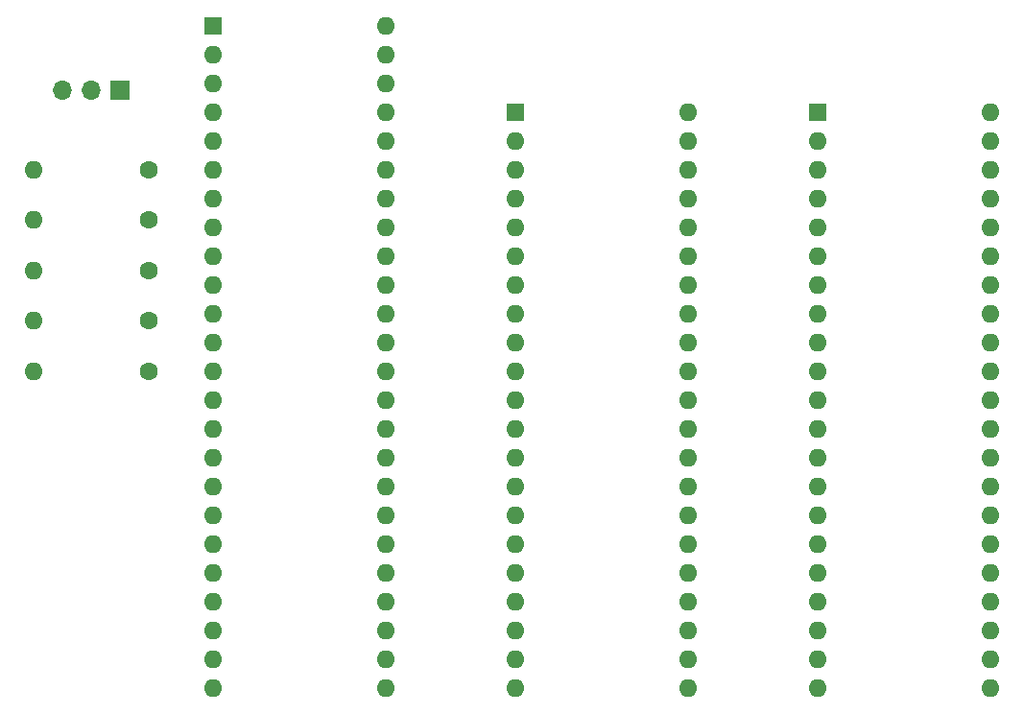
<source format=gbr>
%TF.GenerationSoftware,KiCad,Pcbnew,7.0.7*%
%TF.CreationDate,2023-12-17T10:52:51+01:00*%
%TF.ProjectId,everstar,65766572-7374-4617-922e-6b696361645f,rev?*%
%TF.SameCoordinates,Original*%
%TF.FileFunction,Soldermask,Top*%
%TF.FilePolarity,Negative*%
%FSLAX46Y46*%
G04 Gerber Fmt 4.6, Leading zero omitted, Abs format (unit mm)*
G04 Created by KiCad (PCBNEW 7.0.7) date 2023-12-17 10:52:51*
%MOMM*%
%LPD*%
G01*
G04 APERTURE LIST*
%ADD10C,1.600000*%
%ADD11O,1.600000X1.600000*%
%ADD12R,1.600000X1.600000*%
%ADD13R,1.700000X1.700000*%
%ADD14O,1.700000X1.700000*%
G04 APERTURE END LIST*
D10*
%TO.C,R2*%
X64135000Y-78105000D03*
D11*
X53975000Y-78105000D03*
%TD*%
D10*
%TO.C,R1*%
X64135000Y-73660000D03*
D11*
X53975000Y-73660000D03*
%TD*%
D10*
%TO.C,R3*%
X64135000Y-82550000D03*
D11*
X53975000Y-82550000D03*
%TD*%
D12*
%TO.C,J3*%
X96520000Y-68580000D03*
D11*
X96520000Y-71120000D03*
X96520000Y-73660000D03*
X96520000Y-76200000D03*
X96520000Y-78740000D03*
X96520000Y-81280000D03*
X96520000Y-83820000D03*
X96520000Y-86360000D03*
X96520000Y-88900000D03*
X96520000Y-91440000D03*
X96520000Y-93980000D03*
X96520000Y-96520000D03*
X96520000Y-99060000D03*
X96520000Y-101600000D03*
X96520000Y-104140000D03*
X96520000Y-106680000D03*
X96520000Y-109220000D03*
X96520000Y-111760000D03*
X96520000Y-114300000D03*
X96520000Y-116840000D03*
X96520000Y-119380000D03*
X111760000Y-119380000D03*
X111760000Y-116840000D03*
X111760000Y-114300000D03*
X111760000Y-111760000D03*
X111760000Y-109220000D03*
X111760000Y-106680000D03*
X111760000Y-104140000D03*
X111760000Y-101600000D03*
X111760000Y-99060000D03*
X111760000Y-96520000D03*
X111760000Y-93980000D03*
X111760000Y-91440000D03*
X111760000Y-88900000D03*
X111760000Y-86360000D03*
X111760000Y-83820000D03*
X111760000Y-81280000D03*
X111760000Y-78740000D03*
X111760000Y-76200000D03*
X111760000Y-73660000D03*
X111760000Y-71120000D03*
X111760000Y-68580000D03*
%TD*%
D10*
%TO.C,R5*%
X64135000Y-91440000D03*
D11*
X53975000Y-91440000D03*
%TD*%
D10*
%TO.C,R4*%
X64135000Y-86995000D03*
D11*
X53975000Y-86995000D03*
%TD*%
D12*
%TO.C,J1*%
X69850000Y-60960000D03*
D11*
X69850000Y-63500000D03*
X69850000Y-66040000D03*
X69850000Y-68580000D03*
X69850000Y-71120000D03*
X69850000Y-73660000D03*
X69850000Y-76200000D03*
X69850000Y-78740000D03*
X69850000Y-81280000D03*
X69850000Y-83820000D03*
X69850000Y-86360000D03*
X69850000Y-88900000D03*
X69850000Y-91440000D03*
X69850000Y-93980000D03*
X69850000Y-96520000D03*
X69850000Y-99060000D03*
X69850000Y-101600000D03*
X69850000Y-104140000D03*
X69850000Y-106680000D03*
X69850000Y-109220000D03*
X69850000Y-111760000D03*
X69850000Y-114300000D03*
X69850000Y-116840000D03*
X69850000Y-119380000D03*
X85090000Y-119380000D03*
X85090000Y-116840000D03*
X85090000Y-114300000D03*
X85090000Y-111760000D03*
X85090000Y-109220000D03*
X85090000Y-106680000D03*
X85090000Y-104140000D03*
X85090000Y-101600000D03*
X85090000Y-99060000D03*
X85090000Y-96520000D03*
X85090000Y-93980000D03*
X85090000Y-91440000D03*
X85090000Y-88900000D03*
X85090000Y-86360000D03*
X85090000Y-83820000D03*
X85090000Y-81280000D03*
X85090000Y-78740000D03*
X85090000Y-76200000D03*
X85090000Y-73660000D03*
X85090000Y-71120000D03*
X85090000Y-68580000D03*
X85090000Y-66040000D03*
X85090000Y-63500000D03*
X85090000Y-60960000D03*
%TD*%
D13*
%TO.C,J4*%
X61595000Y-66675000D03*
D14*
X59055000Y-66675000D03*
X56515000Y-66675000D03*
%TD*%
D12*
%TO.C,J2*%
X123190000Y-68580000D03*
D11*
X123190000Y-71120000D03*
X123190000Y-73660000D03*
X123190000Y-76200000D03*
X123190000Y-78740000D03*
X123190000Y-81280000D03*
X123190000Y-83820000D03*
X123190000Y-86360000D03*
X123190000Y-88900000D03*
X123190000Y-91440000D03*
X123190000Y-93980000D03*
X123190000Y-96520000D03*
X123190000Y-99060000D03*
X123190000Y-101600000D03*
X123190000Y-104140000D03*
X123190000Y-106680000D03*
X123190000Y-109220000D03*
X123190000Y-111760000D03*
X123190000Y-114300000D03*
X123190000Y-116840000D03*
X123190000Y-119380000D03*
X138430000Y-119380000D03*
X138430000Y-116840000D03*
X138430000Y-114300000D03*
X138430000Y-111760000D03*
X138430000Y-109220000D03*
X138430000Y-106680000D03*
X138430000Y-104140000D03*
X138430000Y-101600000D03*
X138430000Y-99060000D03*
X138430000Y-96520000D03*
X138430000Y-93980000D03*
X138430000Y-91440000D03*
X138430000Y-88900000D03*
X138430000Y-86360000D03*
X138430000Y-83820000D03*
X138430000Y-81280000D03*
X138430000Y-78740000D03*
X138430000Y-76200000D03*
X138430000Y-73660000D03*
X138430000Y-71120000D03*
X138430000Y-68580000D03*
%TD*%
M02*

</source>
